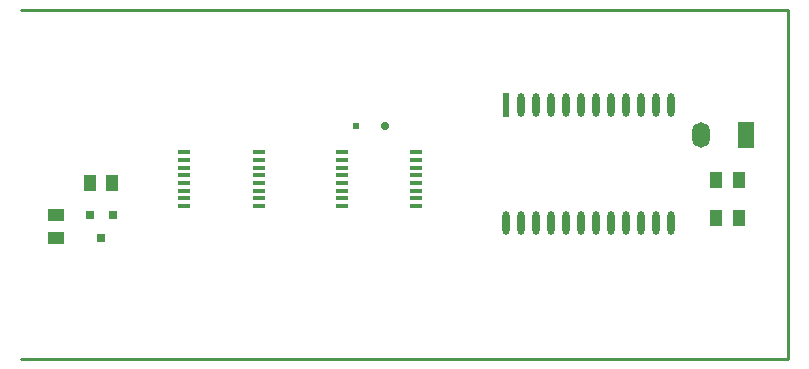
<source format=gbp>
G04 Layer_Color=128*
%FSLAX42Y42*%
%MOMM*%
G71*
G01*
G75*
%ADD10R,1.40X1.02*%
%ADD13C,0.25*%
%ADD21R,0.60X0.60*%
G04:AMPARAMS|DCode=22|XSize=0.6mm|YSize=0.6mm|CornerRadius=0.15mm|HoleSize=0mm|Usage=FLASHONLY|Rotation=180.000|XOffset=0mm|YOffset=0mm|HoleType=Round|Shape=RoundedRectangle|*
%AMROUNDEDRECTD22*
21,1,0.60,0.30,0,0,180.0*
21,1,0.30,0.60,0,0,180.0*
1,1,0.30,-0.15,0.15*
1,1,0.30,0.15,0.15*
1,1,0.30,0.15,-0.15*
1,1,0.30,-0.15,-0.15*
%
%ADD22ROUNDEDRECTD22*%
%ADD23R,1.02X1.40*%
%ADD24R,0.70X0.80*%
%ADD25O,1.52X2.16*%
%ADD26R,1.40X2.16*%
%ADD27R,0.60X2.00*%
%ADD28O,0.60X2.00*%
%ADD29R,1.10X0.40*%
D10*
X3295Y4024D02*
D03*
Y4215D02*
D03*
D13*
X3000Y5952D02*
X9486D01*
X3000Y3000D02*
X9498D01*
Y2999D02*
Y5952D01*
D21*
X5838Y4967D02*
D03*
D22*
X6083D02*
D03*
D23*
X3776Y4488D02*
D03*
X3585D02*
D03*
X8890Y4191D02*
D03*
X9081D02*
D03*
Y4508D02*
D03*
X8890D02*
D03*
D24*
X3680Y4017D02*
D03*
X3583Y4220D02*
D03*
X3778D02*
D03*
D25*
X8763Y4890D02*
D03*
D26*
X9144D02*
D03*
D27*
X7112Y5144D02*
D03*
D28*
X7239D02*
D03*
X7366D02*
D03*
X7493D02*
D03*
X7620D02*
D03*
X7747D02*
D03*
X7874D02*
D03*
X8001D02*
D03*
X8128D02*
D03*
X8255D02*
D03*
X8382D02*
D03*
X8509D02*
D03*
X7112Y4144D02*
D03*
X7239D02*
D03*
X7366D02*
D03*
X7493D02*
D03*
X7620D02*
D03*
X7747D02*
D03*
X7874D02*
D03*
X8001D02*
D03*
X8128D02*
D03*
X8255D02*
D03*
X8382D02*
D03*
X8509D02*
D03*
D29*
X6347Y4746D02*
D03*
Y4681D02*
D03*
Y4616D02*
D03*
Y4551D02*
D03*
Y4486D02*
D03*
Y4421D02*
D03*
Y4356D02*
D03*
Y4291D02*
D03*
X5717Y4746D02*
D03*
Y4681D02*
D03*
Y4616D02*
D03*
Y4551D02*
D03*
Y4486D02*
D03*
Y4421D02*
D03*
Y4356D02*
D03*
Y4291D02*
D03*
X5014Y4746D02*
D03*
Y4681D02*
D03*
Y4616D02*
D03*
Y4551D02*
D03*
Y4486D02*
D03*
Y4421D02*
D03*
Y4356D02*
D03*
Y4291D02*
D03*
X4384Y4746D02*
D03*
Y4681D02*
D03*
Y4616D02*
D03*
Y4551D02*
D03*
Y4486D02*
D03*
Y4421D02*
D03*
Y4356D02*
D03*
Y4291D02*
D03*
M02*

</source>
